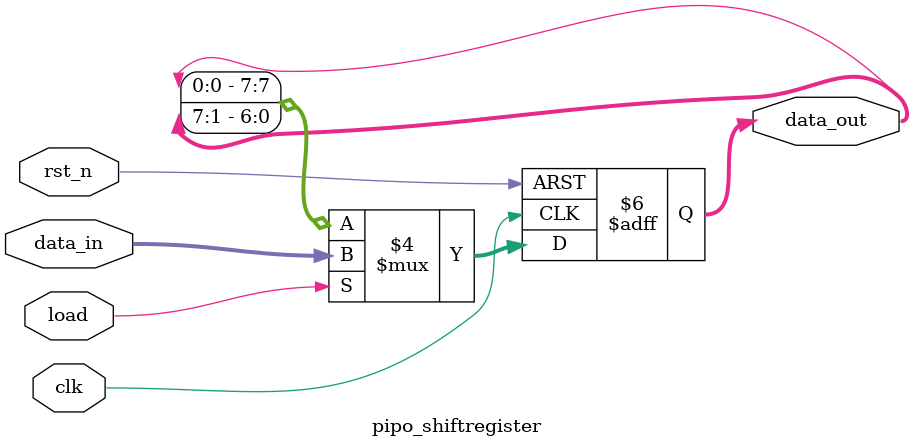
<source format=v>
module pipo_shiftregister #(
    parameter Width = 8
)(
    input clk, rst_n, load,
    input [Width-1:0] data_in,
    output [Width-1:0] data_out
);
    always @(posedge clk or negedge rst_n ) begin
        if(!rst_n) begin            // Reset State
            data_out <= 0;
        end
        else if(load) begin
            data_out <= data_in;
        end
        else begin
            data_out <= {data_out[0], data_out[Width-1:1]};
        end
    end
endmodule













</source>
